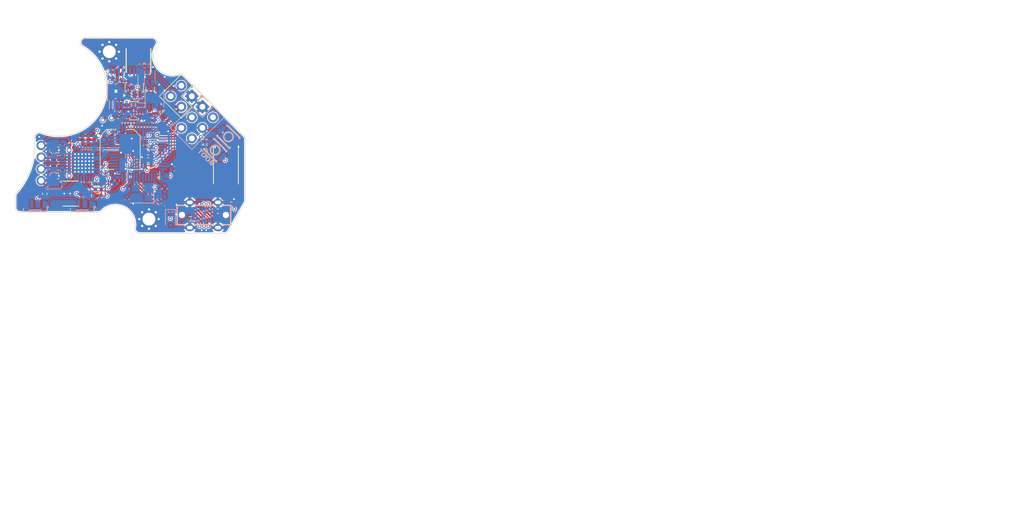
<source format=kicad_pcb>
(kicad_pcb (version 20241229) (generator "pcbnew") (generator_version "9.0")
  (layers (0 "F.Cu" signal) (4 "In1.Cu" signal) (6 "In2.Cu" signal) (2 "B.Cu" signal) (13 "F.Paste" user) (15 "B.Paste" user) (5 "F.SilkS" user "F.Silkscreen") (7 "B.SilkS" user "B.Silkscreen") (1 "F.Mask" user) (3 "B.Mask" user) (25 "Edge.Cuts" user))
  (net 0 "")
  (net 1 "GND")
  (net 2 "Net-(IC1-5VOUT)")
  (net 3 "Net-(IC1-CPI)")
  (net 4 "Net-(IC1-CPO)")
  (net 5 "Net-(IC1-VCP)")
  (net 6 "STEP_1_B2")
  (net 7 "STEP_1_B1")
  (net 8 "STEP_1_A2")
  (net 9 "STEP_1_A1")
  (net 10 "Net-(D5-A)")
  (net 11 "TMC_ENN")
  (net 12 "TMC_DIR")
  (net 13 "TMC_DIAG")
  (net 14 "TMC_UART")
  (net 15 "TMC_STEP")
  (net 21 "Net-(J14-CC2)")
  (net 22 "Net-(J14-CC1)")
  (net 23 "Net-(D6-A)")
  (net 24 "Net-(U2-PA2)")
  (net 26 "AS_SCK")
  (net 28 "DEBUG_SWO")
  (net 30 "TMC_BRB")
  (net 31 "TMC_BRA")
  (net 32 "USB_D-")
  (net 33 "USB_D+")
  (net 34 "CAN_TX")
  (net 35 "CAN_RX")
  (net 37 "CAN_H")
  (net 38 "CAN_L")
  (net 39 "VDC")
  (net 40 "+5V")
  (net 41 "+3V3")
  (net 43 "DEBUG_SWCLK")
  (net 44 "DEBUG_SWDIO")
  (net 45 "BOOT_0")
  (net 46 "BOOT_1")
  (net 47 "NRST")
  (net 48 "HSE_OSC_OUT")
  (net 49 "HSE_OSC_IN")
  (net 50 "AS_NSS")
  (net 51 "LED_0")
  (net 54 "Net-(U7-ANODE)")
  (net 55 "Net-(U3-ANODE)")
  (net 58 "/MCU/CAN_H_CHOKE")
  (net 60 "ENDSTOP_Z")
  (net 61 "ENDSTOP_X")
  (net 63 "/MCU/CAN_L_CHOKE")
  (net 66 "AS_MISO")
  (net 67 "AS_MOSI")
  (net 76 "/Logic/+5V_OUT")
  (net 77 "LED_DIN")
  (net 78 "Net-(U3-OUTPUT)")
  (net 79 "Net-(U7-OUTPUT)")
  (net 80 "Net-(LED1-DOUT)")
  (net 81 "Net-(U2-PA4)")
  (net 83 "/MCU/DAMPEND_USB_D-")
  (net 84 "/MCU/DAMPEND_USB_D+")
  (net 85 "/Logic/+5V_BST")
  (footprint "Capacitor_SMD:C_0603_1608Metric" (layer "F.Cu") (at 115.6375 103.915 90)
    (property "Reference" "C3" (hide yes))
    (property "Value" "1uF 16V" (hide yes))
  )
  (footprint "Capacitor_SMD:C_0805_2012Metric" (layer "F.Cu") (at 115.6 100.15 90)
    (property "Reference" "C27" (hide yes))
    (property "Value" "10uF 50V" (hide yes))
  )
  (footprint "Resistor_SMD:R_0402_1005Metric" (layer "F.Cu") (at 106.76 116.3)
    (property "Reference" "R2" (hide yes))
    (property "Value" "10K" (hide yes))
  )
  (footprint "Vortac:IND-SMD_L4.0-W4.0_FNR40XXS" (layer "F.Cu") (at 113.6 95.31 90)
    (property "Reference" "L3" (hide yes))
    (property "Value" "4.7uH" (hide yes))
  )
  (footprint "Vortac:Motor_Hand_Wire_pads" (layer "F.Cu") (at 97.02 115.79 180)
    (property "Reference" "J15" (hide yes))
    (property "Value" "STEPPER" (hide yes))
  )
  (footprint "Capacitor_SMD:CP_Elec_6.3x7.7" (layer "F.Cu") (at 110.49 110.49 -90)
    (property "Reference" "C34" (hide yes))
    (property "Value" "100uF 35V" (hide yes))
  )
  (footprint "Capacitor_SMD:C_0603_1608Metric" (layer "F.Cu") (at 110.06 103.92 90)
    (property "Reference" "C8" (hide yes))
    (property "Value" "1uF 16V" (hide yes))
  )
  (footprint "Capacitor_SMD:C_0603_1608Metric" (layer "F.Cu") (at 109.715 99.82)
    (property "Reference" "C31" (hide yes))
    (property "Value" "22uF 16V" (hide yes))
  )
  (footprint "Capacitor_SMD:C_0402_1005Metric" (layer "F.Cu") (at 116.93 103.96 90)
    (property "Reference" "C17" (hide yes))
    (property "Value" "0.1uF 50V" (hide yes))
  )
  (footprint "Capacitor_SMD:C_0402_1005Metric" (layer "F.Cu") (at 125.27 109.16)
    (property "Reference" "C13" (hide yes))
    (property "Value" "0.1uF 50V" (hide yes))
  )
  (footprint "Capacitor_SMD:C_0603_1608Metric" (layer "F.Cu") (at 99.92 113.5)
    (property "Reference" "C4" (hide yes))
    (property "Value" "470pF 100V" (hide yes))
  )
  (footprint "Resistor_SMD:R_0402_1005Metric" (layer "F.Cu") (at 115.260026 110.07949)
    (property "Reference" "R36" (hide yes))
    (property "Value" "22R" (hide yes))
  )
  (footprint "Resistor_SMD:R_0402_1005Metric" (layer "F.Cu") (at 97.625 118.05 90)
    (property "Reference" "R6" (hide yes))
    (property "Value" "330R" (hide yes))
  )
  (footprint "Resistor_SMD:R_0402_1005Metric" (layer "F.Cu") (at 129.44 119.81 180)
    (property "Reference" "R5" (hide yes))
    (property "Value" "330R" (hide yes))
  )
  (footprint "Resistor_SMD:R_0402_1005Metric" (layer "F.Cu") (at 115.260026 111.01949)
    (property "Reference" "R35" (hide yes))
    (property "Value" "22R" (hide yes))
  )
  (footprint "Package_TO_SOT_SMD:TSOT-23-6" (layer "F.Cu") (at 112.9 99.9675 90)
    (property "Reference" "U6" (hide yes))
    (property "Value" "AP63205WU" (hide yes))
  )
  (footprint "Resistor_SMD:R_0402_1005Metric" (layer "F.Cu") (at 115.26 112.29 180)
    (property "Reference" "R11" (hide yes))
    (property "Value" "10K" (hide yes))
  )
  (footprint "Resistor_SMD:R_0402_1005Metric" (layer "F.Cu") (at 109.26 97.79 -90)
    (property "Reference" "R14" (hide yes))
    (property "Value" "10K" (hide yes))
  )
  (footprint "Capacitor_SMD:C_0402_1005Metric" (layer "F.Cu") (at 125.27 110.15 180)
    (property "Reference" "C25" (hide yes))
    (property "Value" "0.1uF 50V" (hide yes))
  )
  (footprint "Resistor_SMD:R_0402_1005Metric" (layer "F.Cu") (at 125.26 111.15)
    (property "Reference" "R15" (hide yes))
    (property "Value" "1K" (hide yes))
  )
  (footprint "Vortac:SENSOR_EE-SX3350_OMR" (layer "F.Cu") (at 128.5 113.1 90)
    (property "Reference" "U7" (hide yes))
    (property "Value" "EE-SX4350" (hide yes))
  )
  (footprint "Resistor_SMD:R_0402_1005Metric" (layer "F.Cu") (at 115.26 113.24)
    (property "Reference" "R8" (hide yes))
    (property "Value" "10K" (hide yes))
  )
  (footprint "Resistor_SMD:R_0402_1005Metric" (layer "F.Cu") (at 106.76 117.31 180)
    (property "Reference" "R1" (hide yes))
    (property "Value" "1K" (hide yes))
  )
  (footprint "Vortac:MountingHole_2.2mm_M2_Pad_Via_NTR" (layer "F.Cu") (at 115.39 122.35)
    (property "Reference" "H1" (hide yes))
    (property "Value" "MountingHole_Pad" (hide yes))
  )
  (footprint "Vortac:MountingHole_2.2mm_M2_Pad_Via_NTR" (layer "F.Cu") (at 108.63 93.81)
    (property "Reference" "H2" (hide yes))
    (property "Value" "MountingHole_Pad" (hide yes))
  )
  (footprint "Package_TO_SOT_SMD:SOT-23-5" (layer "F.Cu") (at 112.8475 103.87 180)
    (property "Reference" "U1" (hide yes))
    (property "Value" "TLV73333PDBV" (hide yes))
  )
  (footprint "Capacitor_SMD:C_0603_1608Metric" (layer "F.Cu") (at 109.715 101.29)
    (property "Reference" "C30" (hide yes))
    (property "Value" "22uF 16V" (hide yes))
  )
  (footprint "Capacitor_SMD:C_0603_1608Metric" (layer "F.Cu") (at 99.92 112.04)
    (property "Reference" "C6" (hide yes))
    (property "Value" "470pF 100V" (hide yes))
  )
  (footprint "Resistor_SMD:R_0402_1005Metric" (layer "F.Cu") (at 127.13 121 180)
    (property "Reference" "R3" (hide yes))
    (property "Value" "5.1K" (hide yes))
  )
  (footprint "Capacitor_SMD:C_0603_1608Metric" (layer "F.Cu") (at 99.925 110.58)
    (property "Reference" "C9" (hide yes))
    (property "Value" "470pF 100V" (hide yes))
  )
  (footprint "Resistor_SMD:R_0402_1005Metric" (layer "F.Cu") (at 122.39 122.31)
    (property "Reference" "R4" (hide yes))
    (property "Value" "5.1K" (hide yes))
  )
  (footprint "Capacitor_SMD:C_0402_1005Metric" (layer "F.Cu") (at 106.74 118.31)
    (property "Reference" "C19" (hide yes))
    (property "Value" "0.1uF 50V" (hide yes))
  )
  (footprint "Connector_PinHeader_2.54mm:PinHeader_2x02_P2.54mm_Vertical" (layer "F.Cu") (at 122.7 101.4 -135)
    (property "Reference" "J3" (hide yes))
    (property "Value" "Conn_02x02_Odd_Even" (hide yes))
  )
  (footprint "Vortac:SENSOR_EE-SX4320_OMR" (layer "F.Cu") (at 102 118)
    (property "Reference" "U3" (hide yes))
    (property "Value" "EE-SX4320" (hide yes))
  )
  (footprint "Capacitor_SMD:C_0603_1608Metric" (layer "F.Cu") (at 99.92 114.96)
    (property "Reference" "C1" (hide yes))
    (property "Value" "470pF 100V" (hide yes))
  )
  (footprint "Capacitor_SMD:C_0402_1005Metric" (layer "F.Cu") (at 110.73 98.17 90)
    (property "Reference" "C28" (hide yes))
    (property "Value" "0.1uF 50V" (hide yes))
  )
  (footprint "Resistor_SMD:R_0402_1005Metric" (layer "F.Cu") (at 112.03 115.14 -90)
    (property "Reference" "R9" (hide yes))
    (property "Value" "10K" (hide yes))
  )
  (footprint "Capacitor_SMD:C_0402_1005Metric" (layer "B.Cu") (at 110.24 104.33)
    (property "Reference" "C15" (hide yes))
    (property "Value" "0.1uF 50V" (hide yes))
  )
  (footprint "Capacitor_SMD:C_0402_1005Metric" (layer "B.Cu") (at 111.62 118.99 -90)
    (property "Reference" "C43" (hide yes))
    (property "Value" "16pF 50V" (hide yes))
  )
  (footprint "Capacitor_SMD:C_0402_1005Metric" (layer "B.Cu") (at 104.58 109.2 180)
    (property "Reference" "C23" (hide yes))
    (property "Value" "22nF 50V" (hide yes))
  )
  (footprint "Vortac:KEY-SMD_B3U-1000PM" (layer "B.Cu") (at 126.667918 110.587918 -45)
    (property "Reference" "SW1" (hide yes))
    (property "Value" "Boot" (hide yes))
  )
  (footprint "Capacitor_SMD:C_0402_1005Metric" (layer "B.Cu") (at 117.12 118.99 90)
    (property "Reference" "C42" (hide yes))
    (property "Value" "16pF 50V" (hide yes))
  )
  (footprint "Package_QFP:LQFP-48_7x7mm_P0.5mm" (layer "B.Cu") (at 113.6 111.075 90)
    (property "Reference" "U2" (hide yes))
    (property "Value" "STM32F103C8T6" (hide yes))
  )
  (footprint "Resistor_SMD:R_0402_1005Metric" (layer "B.Cu") (at 104.56 108.27)
    (property "Reference" "R32" (hide yes))
    (property "Value" "10K" (hide yes))
  )
  (footprint "Vortac:tmc_2209_package" (layer "B.Cu") (at 104.29 112.78 -90)
    (property "Reference" "IC1" (hide yes))
    (property "Value" "TMC2209-LA" (hide yes))
  )
  (footprint "Resistor_SMD:R_0805_2012Metric" (layer "B.Cu") (at 99.215 110.7075 -90)
    (property "Reference" "R30" (hide yes))
    (property "Value" "0.68R 1%" (hide yes))
  )
  (footprint "Resistor_SMD:R_0402_1005Metric" (layer "B.Cu") (at 109.98 115.76 -90)
    (property "Reference" "R13" (hide yes))
    (property "Value" "1K" (hide yes))
  )
  (footprint "Capacitor_SMD:C_0402_1005Metric" (layer "B.Cu") (at 115.85 105.45)
    (property "Reference" "C36" (hide yes))
    (property "Value" "0.1uF 50V" (hide yes))
  )
  (footprint "Capacitor_SMD:C_0603_1608Metric" (layer "B.Cu") (at 107.675 108.15 90)
    (property "Reference" "C22" (hide yes))
    (property "Value" "4.7uF 50V" (hide yes))
  )
  (footprint "Capacitor_SMD:C_0402_1005Metric" (layer "B.Cu") (at 100.65 115.91 -90)
    (property "Reference" "C26" (hide yes))
    (property "Value" "0.1uF 50V" (hide yes))
  )
  (footprint "Capacitor_SMD:C_0402_1005Metric" (layer "B.Cu") (at 106.51 116.38)
    (property "Reference" "C21" (hide yes))
    (property "Value" "0.1uF 50V" (hide yes))
  )
  (footprint "Connector_PinSocket_2.54mm:PinSocket_2x03_P2.54mm_Vertical" (layer "B.Cu") (at 124.503949 103.203949 135)
    (property "Reference" "J1" (hide yes))
    (property "Value" "DEBUG" (hide yes))
  )
  (footprint "Capacitor_SMD:C_0402_1005Metric" (layer "B.Cu") (at 111.62 117.15 90)
    (property "Reference" "C33" (hide yes))
    (property "Value" "0.1uF 50V" (hide yes))
  )
  (footprint "Diode_SMD:D_SOD-323" (layer "B.Cu") (at 119.04 122.3475 -90)
    (property "Reference" "D5" (hide yes))
    (property "Value" "D_Schottky" (hide yes))
  )
  (footprint "Resistor_SMD:R_0402_1005Metric" (layer "B.Cu") (at 107.98 110.68 -90)
    (property "Reference" "R12" (hide yes))
    (property "Value" "10K" (hide yes))
  )
  (footprint "Vortac:USB-C-SMD_TYPEC-303-ACP16" (layer "B.Cu") (at 124.756 121.651)
    (property "Reference" "J14" (hide yes))
    (property "Value" "918-418K2023S40001" (hide yes))
  )
  (footprint "Resistor_SMD:R_0402_1005Metric" (layer "B.Cu") (at 106.5 118.43)
    (property "Reference" "R7" (hide yes))
    (property "Value" "115R" (hide yes))
  )
  (footprint "Vortac:LED-SMD_4P-L4.0-W1.6-L" (layer "B.Cu") (at 104 119.8 180)
    (property "Reference" "LED1" (hide yes))
    (property "Value" "SK6812SIDE-A-RVS" (hide yes))
  )
  (footprint "Capacitor_SMD:C_0402_1005Metric" (layer "B.Cu") (at 106.05 108.725 90)
    (property "Reference" "C24" (hide yes))
    (property "Value" "0.1uF 50V" (hide yes))
  )
  (footprint "Vortac:LED-SMD_4P-L4.0-W1.6-L" (layer "B.Cu") (at 96 119.8 180)
    (property "Reference" "LED2" (hide yes))
    (property "Value" "SK6812SIDE-A-RVS" (hide yes))
  )
  (footprint "Capacitor_SMD:C_0402_1005Metric" (layer "B.Cu") (at 119.67 113.76 180)
    (property "Reference" "C37" (hide yes))
    (property "Value" "0.1uF 50V" (hide yes))
  )
  (footprint "Package_SO:TSSOP-14_4.4x5mm_P0.65mm" (layer "B.Cu") (at 110.91 100 -90)
    (property "Reference" "U5" (hide yes))
    (property "Value" "AS5047D" (hide yes))
  )
  (footprint "Resistor_SMD:R_0402_1005Metric" (layer "B.Cu") (at 118.06 117.15 90)
    (property "Reference" "R38" (hide yes))
    (property "Value" "22R" (hide yes))
  )
  (footprint "Capacitor_SMD:C_0402_1005Metric" (layer "B.Cu") (at 109.375 107 -90)
    (property "Reference" "C38" (hide yes))
    (property "Value" "0.1uF 50V" (hide yes))
  )
  (footprint "Resistor_SMD:R_0805_2012Metric" (layer "B.Cu") (at 99.22 114.8325 90)
    (property "Reference" "R34" (hide yes))
    (property "Value" "0.68R 1%" (hide yes))
  )
  (footprint "Capacitor_SMD:C_0402_1005Metric" (layer "B.Cu") (at 100.65 114.07 -90)
    (property "Reference" "C10" (hide yes))
    (property "Value" "0.1uF 50V" (hide yes))
  )
  (footprint "LED_SMD:LED_0402_1005Metric" (layer "B.Cu") (at 118.06 119.015 90)
    (property "Reference" "D6" (hide yes))
    (property "Value" "LED_Small" (hide yes))
  )
  (footprint "Capacitor_SMD:C_0402_1005Metric" (layer "B.Cu") (at 100.65 111.48 90)
    (property "Reference" "C2" (hide yes))
    (property "Value" "0.1uF 50V" (hide yes))
  )
  (footprint "Vortac:KEY-SMD_B3U-1000PM" (layer "B.Cu") (at 128.94 108.32 -45)
    (property "Reference" "SW2" (hide yes))
    (property "Value" "Reset" (hide yes))
  )
  (footprint "Vortac:L_CommonModeChoke_Coilcraft_0805USB" (layer "B.Cu") (at 115.535 98.13)
    (property "Reference" "L1" (hide yes))
    (property "Value" "Common Choke" (hide yes))
  )
  (footprint "Capacitor_SMD:C_0402_1005Metric" (layer "B.Cu") (at 117.12 117.16 90)
    (property "Reference" "C39" (hide yes))
    (property "Value" "0.1uF 50V" (hide yes))
  )
  (footprint "Vortac:HVSON-8-1EP_3x3mm_P0.65mm_EP1.6x2.4mm" (layer "B.Cu") (at 116.345 101.75 90)
    (property "Reference" "U8" (hide yes))
    (property "Value" "TJA1044GTK/3Z" (hide yes))
  )
  (footprint "Resistor_SMD:R_0402_1005Metric" (layer "B.Cu") (at 114.61 96.18 180)
    (property "Reference" "R10" (hide yes))
    (property "Value" "115R" (hide yes))
  )
  (footprint "Capacitor_SMD:C_0402_1005Metric" (layer "B.Cu") (at 114.12 99.82 90)
    (property "Reference" "C35" (hide yes))
    (property "Value" "0.1uF 50V" (hide yes))
  )
  (footprint "Capacitor_SMD:C_0402_1005Metric" (layer "B.Cu") (at 100.65 109.65 90)
    (property "Reference" "C29" (hide yes))
    (property "Value" "0.1uF 50V" (hide yes))
  )
  (footprint "Crystal:Crystal_SMD_3225-4Pin_3.2x2.5mm" (layer "B.Cu") (at 114.2 117.93 180)
    (property "Reference" "Y1" (hide yes))
    (property "Value" "8MHz" (hide yes))
  )
  (footprint "Capacitor_SMD:C_0603_1608Metric" (layer "B.Cu") (at 119.11 114.96 180)
    (property "Reference" "C40" (hide yes))
    (property "Value" "4.7uF 50V" (hide yes))
  )
  (gr_arc (start 107.303672 120.921214) (mid 107.041877 121.09949) (end 106.731414 121.162178) (stroke (width 0.1)) (layer "Edge.Cuts"))
  (gr_arc (start 95.908935 108.448694) (mid 96.225316 107.735577) (end 96.998405 107.630887) (stroke (width 0.1)) (layer "Edge.Cuts"))
  (gr_line (start 128.1966 124.762178) (end 113.7905 124.762178) (stroke (width 0.1)) (layer "Edge.Cuts"))
  (gr_line (start 131.8 108.74341) (end 131.8 119.1064) (stroke (width 0.1)) (layer "Edge.Cuts"))
  (gr_arc (start 115.9456 91.4) (mid 116.650833 91.822314) (end 116.611541 92.643369) (stroke (width 0.1)) (layer "Edge.Cuts"))
  (gr_arc (start 104.090879 92.893333) (mid 107.388877 103.55591) (end 96.998405 107.630887) (stroke (width 0.1)) (layer "Edge.Cuts"))
  (gr_arc (start 131.56568 108.17772) (mid 131.7391 108.437264) (end 131.8 108.74341) (stroke (width 0.1)) (layer "Edge.Cuts"))
  (gr_arc (start 92.62 118.4578) (mid 92.671537 118.175307) (end 92.819521 117.929206) (stroke (width 0.1)) (layer "Edge.Cuts"))
  (gr_arc (start 113.7905 124.762178) (mid 113.178984 124.477965) (end 113.002 123.827238) (stroke (width 0.1)) (layer "Edge.Cuts"))
  (gr_line (start 121.267276 97.879316) (end 131.56568 108.17772) (stroke (width 0.1)) (layer "Edge.Cuts"))
  (gr_arc (start 93.42 121.162178) (mid 92.854322 120.927862) (end 92.62 120.362178) (stroke (width 0.1)) (layer "Edge.Cuts"))
  (gr_arc (start 131.8 119.1064) (mid 131.772735 119.313478) (end 131.690415 119.510592) (stroke (width 0.1)) (layer "Edge.Cuts"))
  (gr_line (start 92.62 120.362178) (end 92.62 118.4578) (stroke (width 0.1)) (layer "Edge.Cuts"))
  (gr_arc (start 120.447999 97.681832) (mid 116.734701 96.529429) (end 116.611541 92.643369) (stroke (width 0.1)) (layer "Edge.Cuts"))
  (gr_arc (start 120.447999 97.681832) (mid 120.88347 97.663393) (end 121.267276 97.879316) (stroke (width 0.1)) (layer "Edge.Cuts"))
  (gr_arc (start 107.303672 120.921214) (mid 111.221945 120.27786) (end 113.002 123.827238) (stroke (width 0.1)) (layer "Edge.Cuts"))
  (gr_arc (start 104.090879 92.893333) (mid 103.717121 91.99344) (end 104.49 91.4) (stroke (width 0.1)) (layer "Edge.Cuts"))
  (gr_arc (start 128.889315 124.362239) (mid 128.596535 124.655017) (end 128.1966 124.762178) (stroke (width 0.1)) (layer "Edge.Cuts"))
  (gr_line (start 106.731414 121.162178) (end 93.42 121.162178) (stroke (width 0.1)) (layer "Edge.Cuts"))
  (gr_line (start 104.49 91.4) (end 115.9456 91.4) (stroke (width 0.1)) (layer "Edge.Cuts"))
  (gr_line (start 131.690415 119.510592) (end 128.889315 124.362239) (stroke (width 0.1)) (layer "Edge.Cuts"))
  (gr_arc (start 95.908935 108.448694) (mid 95.341924 113.507547) (end 92.819521 117.929206) (stroke (width 0.1)) (layer "Edge.Cuts"))
  (gr_text "BOOT" (at 125.99 113.42 315) (layer "B.SilkS") (effects (font (size 0.8 0.8) (thickness 0.15) (bold yes)) (justify left bottom mirror)))
  (segment (start 129.88 118.94) (end 129.88 117.619999) (width 0.3) (layer "F.Cu") (net 1))
  (segment (start 116.59 103.14) (end 115.6375 103.14) (width 0.3) (layer "F.Cu") (net 1))
  (segment (start 100.95 118) (end 99.45 118) (width 0.3) (layer "F.Cu") (net 1))
  (segment (start 129.9 117.599999) (end 128.5 117.599999) (width 0.3) (layer "F.Cu") (net 1))
  (segment (start 103.35 119.4) (end 104.55 119.4) (width 0.3) (layer "F.Cu") (net 1))
  (segment (start 129.88 117.619999) (end 129.9 117.599999) (width 0.3) (layer "F.Cu") (net 1))
  (segment (start 114.25 111.79) (end 114.75 112.29) (width 0.3) (layer "F.Cu") (net 1))
  (segment (start 105.17 119.4) (end 104.55 119.4) (width 0.3) (layer "F.Cu") (net 1))
  (segment (start 114.71 112.33) (end 114.75 112.29) (width 0.3) (layer "F.Cu") (net 1))
  (segment (start 116.93 103.48) (end 116.59 103.14) (width 0.3) (layer "F.Cu") (net 1))
  (segment (start 101.95 118) (end 103.35 119.4) (width 0.3) (layer "F.Cu") (net 1))
  (segment (start 106.26 118.31) (end 105.17 119.4) (width 0.3) (layer "F.Cu") (net 1))
  (segment (start 114.71 103.73) (end 115.3 103.14) (width 0.3) (layer "F.Cu") (net 1))
  (segment (start 127.156 123.801) (end 126.774936 124.182064) (width 0.3) (layer "F.Cu") (net 1))
  (segment (start 122.356 123.801) (end 122.732122 124.177122) (width 0.3) (layer "F.Cu") (net 1))
  (segment (start 99.45 119.4) (end 99.45 118) (width 0.3) (layer "F.Cu") (net 1))
  (segment (start 114.18 111.79) (end 114.25 111.79) (width 0.3) (layer "F.Cu") (net 1))
  (segment (start 113.65 103.73) (end 114.71 103.73) (width 0.3) (layer "F.Cu") (net 1))
  (via (at 112.45 108.62) (size 0.6) (drill 0.3) (layers "F.Cu" "B.Cu") (net 1))
  (via (at 125.137895 124.241183) (size 0.6) (drill 0.3) (layers "F.Cu" "B.Cu") (net 1))
  (via (at 112.7 110.75) (size 0.6) (drill 0.3) (layers "F.Cu" "B.Cu") (net 1))
  (via (at 97.87 110.79) (size 0.6) (drill 0.3) (layers "F.Cu" "B.Cu") (net 1))
  (via (at 116.320026 109.45949) (size 0.6) (drill 0.3) (layers "F.Cu" "B.Cu") (net 1))
  (via (at 100.95 118) (size 0.6) (drill 0.3) (layers "F.Cu" "B.Cu") (net 1))
  (via (at 123.959919 119.74) (size 0.6) (drill 0.3) (layers "F.Cu" "B.Cu") (net 1))
  (via (at 100.045 114.98) (size 0.6) (drill 0.3) (layers "F.Cu" "B.Cu") (net 1))
  (via (at 114.71 98.12) (size 0.6) (drill 0.3) (layers "F.Cu" "B.Cu") (net 1))
  (via (at 120.26 107.920817) (size 0.6) (drill 0.3) (layers "F.Cu" "B.Cu") (net 1))
  (via (at 112.7 119.72) (size 0.6) (drill 0.3) (layers "F.Cu" "B.Cu") (net 1))
  (via (at 118.06 100.47) (size 0.6) (drill 0.3) (layers "F.Cu" "B.Cu") (net 1))
  (via (at 100.05 110.56011) (size 0.6) (drill 0.3) (layers "F.Cu" "B.Cu") (net 1))
  (via (at 116.068001 96.431999) (size 0.6) (drill 0.3) (layers "F.Cu" "B.Cu") (net 1))
  (via (at 109.6 114.560933) (size 0.6) (drill 0.3) (layers "F.Cu" "B.Cu") (net 1))
  (via (at 126.65 110.1) (size 0.6) (drill 0.3) (layers "F.Cu" "B.Cu") (net 1))
  (via (at 118.66 107.38) (size 0.6) (drill 0.3) (layers "F.Cu" "B.Cu") (net 1))
  (via (at 119.60512 99.659118) (size 0.6) (drill 0.3) (layers "F.Cu" "B.Cu") (net 1))
  (via (at 129.88 118.94) (size 0.6) (drill 0.3) (layers "F.Cu" "B.Cu") (net 1))
  (via (at 101.95 118) (size 0.6) (drill 0.3) (layers "F.Cu" "B.Cu") (net 1))
  (via (at 111.4 113.768009) (size 0.6) (drill 0.3) (layers "F.Cu" "B.Cu") (net 1))
  (via (at 124.38 124.25) (size 0.6) (drill 0.3) (layers "F.Cu" "B.Cu") (net 1))
  (via (at 109.78 100.55) (size 0.8) (drill 0.5) (layers "F.Cu" "B.Cu") (net 1))
  (via (at 107.397174 106.437174) (size 0.6) (drill 0.3) (layers "F.Cu" "B.Cu") (net 1))
  (via (at 114.18 113.819783) (size 0.6) (drill 0.3) (layers "F.Cu" "B.Cu") (net 1))
  (via (at 96.67 108.33) (size 0.6) (drill 0.3) (layers "F.Cu" "B.Cu") (net 1))
  (via (at 111.88 104.02) (size 0.6) (drill 0.3) (layers "F.Cu" "B.Cu") (net 1))
  (via (at 119.307817 113.000001) (size 0.6) (drill 0.3) (layers "F.Cu" "B.Cu") (net 1))
  (via (at 130.655 110.035) (size 0.6) (drill 0.3) (layers "F.Cu" "B.Cu") (net 1))
  (via (at 117.160621 99.419379) (size 0.6) (drill 0.3) (layers "F.Cu" "B.Cu") (net 1))
  (via (at 116.320026 111.63949) (size 0.6) (drill 0.3) (layers "F.Cu" "B.Cu") (net 1))
  (via (at 110.613405 111.01) (size 0.6) (drill 0.3) (layers "F.Cu" "B.Cu") (net 1))
  (via (at 108.498024 114.592388) (size 0.6) (drill 0.3) (layers "F.Cu" "B.Cu") (net 1))
  (via (at 97.87 114.789999) (size 0.6) (drill 0.3) (layers "F.Cu" "B.Cu") (net 1))
  (via (at 120.07 119.879) (size 0.6) (drill 0.3) (layers "F.Cu" "B.Cu") (net 1))
  (via (at 116.397497 117.658162) (size 0.6) (drill 0.3) (layers "F.Cu" "B.Cu") (net 1))
  (via (at 112.529001 114.001235) (size 0.6) (drill 0.3) (layers "F.Cu" "B.Cu") (net 1))
  (via (at 114.18 111.79) (size 0.6) (drill 0.3) (layers "F.Cu" "B.Cu") (net 1))
  (via (at 120.07 121.53) (size 0.6) (drill 0.3) (layers "F.Cu" "B.Cu") (net 1))
  (via (at 114.64 105.56) (size 0.6) (drill 0.3) (layers "F.Cu" "B.Cu") (net 1))
  (via (at 109.04 116.43) (size 0.6) (drill 0.3) (layers "F.Cu" "B.Cu") (net 1))
  (via (at 118.062847 98.110314) (size 0.6) (drill 0.3) (layers "F.Cu" "B.Cu") (net 1))
  (segment (start 109.61 104.18) (end 109.76 104.33) (width 0.3) (layer "B.Cu") (net 1))
  (segment (start 115.85 105.93) (end 115.37 105.45) (width 0.3) (layer "B.Cu") (net 1))
  (segment (start 115.85 106.9125) (end 115.85 105.93) (width 0.3) (layer "B.Cu") (net 1))
  (segment (start 109.61 102.8625) (end 109.61 104.18) (width 0.3) (layer "B.Cu") (net 1))
  (segment (start 130.655 110.035) (end 130.142082 109.522082) (width 0.3) (layer "B.Cu") (net 1))
  (segment (start 106.79 109.81) (end 106.79 111.28) (width 0.2) (layer "B.Cu") (net 2))
  (segment (start 107.675 108.925) (end 106.79 109.81) (width 0.2) (layer "B.Cu") (net 2))
  (segment (start 105.055 109.2) (end 104.79 109.465) (width 0.2) (layer "B.Cu") (net 3))
  (segment (start 104.79 109.465) (end 104.79 110.28) (width 0.2) (layer "B.Cu") (net 3))
  (segment (start 104.095 109.2) (end 104.29 109.395) (width 0.2) (layer "B.Cu") (net 4))
  (segment (start 104.29 109.395) (end 104.29 110.28) (width 0.2) (layer "B.Cu") (net 4))
  (segment (start 105.29 109.831838) (end 105.29 110.28) (width 0.2) (layer "B.Cu") (net 5))
  (segment (start 106.05 109.205) (end 105.916838 109.205) (width 0.2) (layer "B.Cu") (net 5))
  (segment (start 105.916838 109.205) (end 105.29 109.831838) (width 0.2) (layer "B.Cu") (net 5))
  (segment (start 97.92 109.78) (end 98.73 110.59) (width 0.3) (layer "F.Cu") (net 6))
  (segment (start 98.73 110.59) (end 99.265 110.59) (width 0.3) (layer "F.Cu") (net 6))
  (segment (start 96.96 109.78) (end 97.92 109.78) (width 0.3) (layer "F.Cu") (net 6))
  (segment (start 102.79 109.880001) (end 101.449999 108.54) (width 0.3) (layer "B.Cu") (net 6))
  (segment (start 101.449999 108.54) (end 98.155 108.54) (width 0.3) (layer "B.Cu") (net 6))
  (segment (start 98.155 108.54) (end 96.89 109.805) (width 0.3) (layer "B.Cu") (net 6))
  (segment (start 102.79 110.28) (end 102.79 109.880001) (width 0.3) (layer "B.Cu") (net 6))
  (segment (start 99.15 111.94) (end 99.26 112.05) (width 0.3) (layer "F.Cu") (net 7))
  (segment (start 97.12 111.94) (end 99.15 111.94) (width 0.3) (layer "F.Cu") (net 7))
  (segment (start 96.96 111.78) (end 97.12 111.94) (width 0.3) (layer "F.Cu") (net 7))
  (segment (start 97.72 112.54) (end 96.96 111.78) (width 0.3) (layer "B.Cu") (net 7))
  (segment (start 101.00755 112.54) (end 97.72 112.54) (width 0.3) (layer "B.Cu") (net 7))
  (segment (start 101.79 112.28) (end 101.26755 112.28) (width 0.3) (layer "B.Cu") (net 7))
  (segment (start 101.26755 112.28) (end 101.00755 112.54) (width 0.3) (layer "B.Cu") (net 7))
  (segment (start 96.96 115.78) (end 97.87 115.78) (width 0.3) (layer "F.Cu") (net 8))
  (segment (start 97.87 115.78) (end 98.68 114.97) (width 0.3) (layer "F.Cu") (net 8))
  (segment (start 98.68 114.97) (end 99.26 114.97) (width 0.3) (layer "F.Cu") (net 8))
  (segment (start 98.131 117.046) (end 96.89 115.805) (width 0.3) (layer "B.Cu") (net 8))
  (segment (start 102.79 115.679999) (end 101.423999 117.046) (width 0.3) (layer "B.Cu") (net 8))
  (segment (start 101.423999 117.046) (end 98.131 117.046) (width 0.3) (layer "B.Cu") (net 8))
  (segment (start 102.79 115.28) (end 102.79 115.679999) (width 0.3) (layer "B.Cu") (net 8))
  (segment (start 97.14 113.6) (end 99.17 113.6) (width 0.3) (layer "F.Cu") (net 9))
  (segment (start 99.17 113.6) (end 99.26 113.51) (width 0.3) (layer "F.Cu") (net 9))
  (segment (start 96.96 113.78) (end 97.14 113.6) (width 0.3) (layer "F.Cu") (net 9))
  (segment (start 101.79 113.28) (end 101.27755 113.28) (width 0.3) (layer "B.Cu") (net 9))
  (segment (start 101.00755 113.01) (end 97.73 113.01) (width 0.3) (layer "B.Cu") (net 9))
  (segment (start 97.73 113.01) (end 96.96 113.78) (width 0.3) (layer "B.Cu") (net 9))
  (segment (start 101.27755 113.28) (end 101.00755 113.01) (width 0.3) (layer "B.Cu") (net 9))
  (segment (start 119.04 123.3975) (end 120.221388 123.3975) (width 0.2) (layer "B.Cu") (net 10))
  (segment (start 123.731687 119.189) (end 123.408919 119.511768) (width 0.2) (layer "B.Cu") (net 10))
  (segment (start 122.9 122.51) (end 123.29 122.51) (width 0.2) (layer "B.Cu") (net 10))
  (segment (start 122.7 122.31) (end 122.9 122.51) (width 0.2) (layer "B.Cu") (net 10))
  (segment (start 122.218112 121.825) (end 122.7 122.306888) (width 0.2) (layer "B.Cu") (net 10))
  (segment (start 123.408919 119.511768) (end 123.408919 120.178919) (width 0.2) (layer "B.Cu") (net 10))
  (segment (start 123.29 122.51) (end 123.291 122.511) (width 0.2) (layer "B.Cu") (net 10))
  (segment (start 123.506 120.781) (end 123.506 122.511) (width 0.2) (layer "B.Cu") (net 10))
  (segment (start 121.793888 121.825) (end 122.218112 121.825) (width 0.2) (layer "B.Cu") (net 10))
  (segment (start 126.01 120.16) (end 126.061003 120.108997) (width 0.2) (layer "B.Cu") (net 10))
  (segment (start 126.006 120.781) (end 126.006 122.511) (width 0.2) (layer "B.Cu") (net 10))
  (segment (start 123.506 120.276) (end 123.506 120.781) (width 0.2) (layer "B.Cu") (net 10))
  (segment (start 120.221388 123.3975) (end 121.793888 121.825) (width 0.2) (layer "B.Cu") (net 10))
  (segment (start 123.408919 120.178919) (end 123.506 120.276) (width 0.2) (layer "B.Cu") (net 10))
  (segment (start 125.738235 119.189) (end 123.731687 119.189) (width 0.2) (layer "B.Cu") (net 10))
  (segment (start 126.061003 119.511768) (end 125.738235 119.189) (width 0.2) (layer "B.Cu") (net 10))
  (segment (start 126.061003 120.108997) (end 126.061003 119.511768) (width 0.2) (layer "B.Cu") (net 10))
  (segment (start 122.7 122.306888) (end 122.7 122.31) (width 0.2) (layer "B.Cu") (net 10))
  (segment (start 126.006 120.781) (end 126.01 120.777) (width 0.2) (layer "B.Cu") (net 10))
  (segment (start 126.01 120.777) (end 126.01 120.16) (width 0.2) (layer "B.Cu") (net 10))
  (segment (start 123.291 122.511) (end 123.506 122.511) (width 0.2) (layer "B.Cu") (net 10))
  (segment (start 103.296591 109.558496) (end 103.308496 109.558496) (width 0.2) (layer "F.Cu") (net 11))
  (segment (start 111.04 110.37) (end 111.58 110.91) (width 0.2) (layer "F.Cu") (net 11))
  (segment (start 111.58 112.870624) (end 111.74 113.030624) (width 0.2) (layer "F.Cu") (net 11))
  (segment (start 111.58 110.91) (end 111.58 112.870624) (width 0.2) (layer "F.Cu") (net 11))
  (segment (start 104.12 110.37) (end 111.04 110.37) (width 0.2) (layer "F.Cu") (net 11))
  (segment (start 103.308496 109.558496) (end 104.12 110.37) (width 0.2) (layer "F.Cu") (net 11))
  (via (at 111.74 113.030624) (size 0.6) (drill 0.3) (layers "F.Cu" "B.Cu") (net 11))
  (via (at 103.296591 109.558496) (size 0.6) (drill 0.3) (layers "F.Cu" "B.Cu") (net 11))
  (segment (start 103.29 109.551905) (end 103.29 109.03) (width 0.2) (layer "B.Cu") (net 11))
  (segment (start 103.296591 109.558496) (end 103.29 109.551905) (width 0.2) (layer "B.Cu") (net 11))
  (segment (start 111.74 113.190624) (end 111.95 113.400624) (width 0.2) (layer "B.Cu") (net 11))
  (segment (start 103.29 109.565087) (end 103.29 110.28) (width 0.2) (layer "B.Cu") (net 11))
  (segment (start 103.29 109.03) (end 104.05 108.27) (width 0.2) (layer "B.Cu") (net 11))
  (segment (start 111.74 113.030624) (end 111.74 113.190624) (width 0.2) (layer "B.Cu") (net 11))
  (segment (start 103.296591 109.558496) (end 103.29 109.565087) (width 0.2) (layer "B.Cu") (net 11))
  (segment (start 111.95 115.1375) (end 111.85 115.2375) (width 0.2) (layer "B.Cu") (net 11))
  (segment (start 111.95 113.400624) (end 111.95 115.1375) (width 0.2) (layer "B.Cu") (net 11))
  (segment (start 103.79 115.28) (end 103.79 115.713824) (width 0.2) (layer "B.Cu") (net 12))
  (segment (start 105.626176 117.55) (end 109.74 117.55) (width 0.2) (layer "B.Cu") (net 12))
  (segment (start 103.79 115.713824) (end 105.626176 117.55) (width 0.2) (layer "B.Cu") (net 12))
  (segment (start 109.74 117.55) (end 111.35 115.94) (width 0.2) (layer "B.Cu") (net 12))
  (segment (start 111.35 115.94) (end 111.35 115.2375) (width 0.2) (layer "B.Cu") (net 12))
  (segment (start 107.259628 112.78) (end 106.79 112.78) (width 0.2) (layer "B.Cu") (net 13))
  (segment (start 108.714628 111.325) (end 107.259628 112.78) (width 0.2) (layer "B.Cu") (net 13))
  (segment (start 109.4375 111.325) (end 108.714628 111.325) (width 0.2) (layer "B.Cu") (net 13))
  (segment (start 108.49 117) (end 108.49 115.362183) (width 0.2) (layer "F.Cu") (net 14))
  (via (at 108.49 117) (size 0.6) (drill 0.3) (layers "F.Cu" "B.Cu") (net 14))
  (via (at 108.49 115.362183) (size 0.6) (drill 0.3) (layers "F.Cu" "B.Cu") (net 14))
  (segment (start 106.79 114.28) (end 107.407817 114.28) (width 0.2) (layer "B.Cu") (net 14))
  (segment (start 108.49 117) (end 109.25 117) (width 0.2) (layer "B.Cu") (net 14))
  (segment (start 107.407817 114.28) (end 108.49 115.362183) (width 0.2) (layer "B.Cu") (net 14))
  (segment (start 109.25 117) (end 109.98 116.27) (width 0.2) (layer "B.Cu") (net 14))
  (segment (start 109.05 115.58) (end 109.05 113.825) (width 0.2) (layer "B.Cu") (net 15))
  (segment (start 105.29 115.28) (end 105.29 116.506838) (width 0.2) (layer "B.Cu") (net 15))
  (segment (start 105.833162 117.05) (end 107.58 117.05) (width 0.2) (layer "B.Cu") (net 15))
  (segment (start 105.29 116.506838) (end 105.833162 117.05) (width 0.2) (layer "B.Cu") (net 15))
  (segment (start 107.58 117.05) (end 109.05 115.58) (width 0.2) (layer "B.Cu") (net 15))
  (segment (start 109.05 113.825) (end 109.4375 113.825) (width 0.2) (layer "B.Cu") (net 15))
  (segment (start 125.510003 120.170003) (end 126.34 121) (width 0.2) (layer "F.Cu") (net 21))
  (segment (start 125.510003 119.74) (end 125.510003 120.170003) (width 0.2) (layer "F.Cu") (net 21))
  (segment (start 126.34 121) (end 126.62 121) (width 0.2) (layer "F.Cu") (net 21))
  (via (at 125.510003 119.74) (size 0.6) (drill 0.3) (layers "F.Cu" "B.Cu") (net 21))
  (segment (start 125.506 120.781) (end 125.506 119.744003) (width 0.2) (layer "B.Cu") (net 21))
  (segment (start 125.506 119.744003) (end 125.510003 119.74) (width 0.2) (layer "B.Cu") (net 21))
  (segment (start 124.009997 123.139997) (end 123.18 122.31) (width 0.2) (layer "F.Cu") (net 22))
  (segment (start 124.009997 123.59) (end 124.009997 123.139997) (width 0.2) (layer "F.Cu") (net 22))
  (segment (start 123.18 122.31) (end 122.9 122.31) (width 0.2) (layer "F.Cu") (net 22))
  (via (at 124.009997 123.59) (size 0.6) (drill 0.3) (layers "F.Cu" "B.Cu") (net 22))
  (segment (start 124.006 123.586003) (end 124.009997 123.59) (width 0.2) (layer "B.Cu") (net 22))
  (segment (start 124.006 122.511) (end 124.006 123.586003) (width 0.2) (layer "B.Cu") (net 22))
  (segment (start 118.06 117.66) (end 118.06 118.53) (width 0.2) (layer "B.Cu") (net 23))
  (segment (start 110.85 115.2375) (end 109.9925 115.2375) (width 0.2) (layer "B.Cu") (net 24))
  (segment (start 109.9925 115.2375) (end 109.98 115.25) (width 0.2) (layer "B.Cu") (net 24))
  (segment (start 113.662 103.863001) (end 111.35 106.175001) (width 0.2) (layer "B.Cu") (net 26))
  (segment (start 109.61 97.877772) (end 113.662 101.929771) (width 0.2) (layer "B.Cu") (net 26))
  (segment (start 111.35 106.175001) (end 111.35 106.9125) (width 0.2) (layer "B.Cu") (net 26))
  (segment (start 109.61 97.1375) (end 109.61 97.877772) (width 0.2) (layer "B.Cu") (net 26))
  (segment (start 113.662 101.929771) (end 113.662 103.863001) (width 0.2) (layer "B.Cu") (net 26))
  (segment (start 115.653329 109.07631) (end 115.821149 108.90849) (width 0.2) (layer "F.Cu") (net 28))
  (segment (start 116.89 109.23) (end 122.070001 109.23) (width 0.2) (layer "F.Cu") (net 28))
  (segment (start 115.821149 108.90849) (end 116.56849 108.90849) (width 0.2) (layer "F.Cu") (net 28))
  (segment (start 115.653329 109.115951) (end 115.653329 109.07631) (width 0.2) (layer "F.Cu") (net 28))
  (segment (start 116.56849 108.90849) (end 116.89 109.23) (width 0.2) (layer "F.Cu") (net 28))
  (segment (start 122.070001 109.23) (end 122.707898 108.592103) (width 0.2) (layer "F.Cu") (net 28))
  (via (at 115.653329 109.115951) (size 0.6) (drill 0.3) (layers "F.Cu" "B.Cu") (net 28))
  (segment (start 116.600001 108.9) (end 117.025001 109.325) (width 0.2) (layer "B.Cu") (net 28))
  (segment (start 115.653329 109.07631) (end 115.829639 108.9) (width 0.2) (layer "B.Cu") (net 28))
  (segment (start 115.829639 108.9) (end 116.600001 108.9) (width 0.2) (layer "B.Cu") (net 28))
  (segment (start 115.653329 109.115951) (end 115.653329 109.07631) (width 0.2) (layer "B.Cu") (net 28))
  (segment (start 117.025001 109.325) (end 117.7625 109.325) (width 0.2) (layer "B.Cu") (net 28))
  (segment (start 101.79 111.78) (end 100.825 111.78) (width 0.3) (layer "B.Cu") (net 30))
  (segment (start 100.825 111.78) (end 100.64 111.965) (width 0.3) (layer "B.Cu") (net 30))
  (segment (start 99.475 111.965) (end 99.14 111.63) (width 0.3) (layer "B.Cu") (net 30))
  (segment (start 100.64 111.965) (end 99.475 111.965) (width 0.3) (layer "B.Cu") (net 30))
  (segment (start 100.64 113.595) (end 99.475 113.595) (width 0.3) (layer "B.Cu") (net 31))
  (segment (start 99.475 113.595) (end 99.14 113.93) (width 0.3) (layer "B.Cu") (net 31))
  (segment (start 100.825 113.78) (end 100.64 113.595) (width 0.3) (layer "B.Cu") (net 31))
  (segment (start 101.79 113.78) (end 100.825 113.78) (width 0.3) (layer "B.Cu") (net 31))
  (segment (start 113.58 111.35781) (end 113.58 116.11219) (width 0.3) (layer "F.Cu") (net 32))
  (segment (start 124.76 119.74) (end 124.76 120.69) (width 0.3) (layer "F.Cu") (net 32))
  (segment (start 114.16681 110.771) (end 113.58 111.35781) (width 0.3) (layer "F.Cu") (net 32))
  (segment (start 125.36 122.5) (end 125.36 123.340057) (width 0.3) (layer "F.Cu") (net 32))
  (segment (start 125.361 123.440997) (end 125.510003 123.59) (width 0.3) (layer "F.Cu") (net 32))
  (segment (start 114.750026 111.01949) (end 114.501536 110.771) (width 0.3) (layer "F.Cu") (net 32))
  (segment (start 126.25 122.97) (end 125.63 123.59) (width 0.3) (layer "F.Cu") (net 32))
  (segment (start 114.501536 110.771) (end 114.16681 110.771) (width 0.3) (layer "F.Cu") (net 32))
  (segment (start 125.36 123.340057) (end 125.361 123.341057) (width 0.3) (layer "F.Cu") (net 32))
  (segment (start 124.76 120.69) (end 126.25 122.18) (width 0.3) (layer "F.Cu") (net 32))
  (segment (start 126.25 122.18) (end 126.25 122.97) (width 0.3) (layer "F.Cu") (net 32))
  (segment (start 125.361 123.341057) (end 125.361 123.440997) (width 0.3) (layer "F.Cu") (net 32))
  (segment (start 125.63 123.59) (end 125.510003 123.59) (width 0.3) (layer "F.Cu") (net 32))
  (segment (start 117.94681 120.479) (end 123.339 120.479) (width 0.3) (layer "F.Cu") (net 32))
  (segment (start 123.339 120.479) (end 125.36 122.5) (width 0.3) (layer "F.Cu") (net 32))
  (segment (start 113.58 116.11219) (end 117.94681 120.479) (width 0.3) (layer "F.Cu") (net 32))
  (via (at 124.76 119.74) (size 0.6) (drill 0.3) (layers "F.Cu" "B.Cu") (net 32))
  (via (at 125.510003 123.59) (size 0.6) (drill 0.3) (layers "F.Cu" "B.Cu") (net 32))
  (segment (start 125.510003 123.49006) (end 125.510003 123.59) (width 0.3) (layer "B.Cu") (net 32))
  (segment (start 124.506 119.994) (end 124.76 119.74) (width 0.3) (layer "B.Cu") (net 32))
  (segment (start 125.006 122.986057) (end 125.510003 123.49006) (width 0.3) (layer "B.Cu") (net 32))
  (segment (start 125.006 122.511) (end 125.006 122.986057) (width 0.3) (layer "B.Cu") (net 32))
  (segment (start 124.506 120.781) (end 124.506 119.994) (width 0.3) (layer "B.Cu") (net 32))
  (segment (start 124.909 122.68681) (end 124.909 123.441) (width 0.3) (layer "F.Cu") (net 33))
  (segment (start 123.15219 120.93) (end 124.909 122.68681) (width 0.3) (layer "F.Cu") (net 33))
  (segment (start 113.129 111.171) (end 113.129 116.299) (width 0.3) (layer "F.Cu") (net 33))
  (segment (start 113.129 116.299) (end 117.76 120.93) (width 0.3) (layer "F.Cu") (net 33))
  (segment (start 114.509516 110.32) (end 113.98 110.32) (width 0.3) (layer "F.Cu") (net 33))
  (segment (start 113.98 110.32) (end 113.129 111.171) (width 0.3) (layer "F.Cu") (net 33))
  (segment (start 114.750026 110.07949) (end 114.509516 110.32) (width 0.3) (layer "F.Cu") (net 33))
  (segment (start 117.76 120.93) (end 123.15219 120.93) (width 0.3) (layer "F.Cu") (net 33))
  (segment (start 124.909 123.441) (end 124.76 123.59) (width 0.3) (layer "F.Cu") (net 33))
  (via (at 124.76 123.59) (size 0.6) (drill 0.3) (layers "F.Cu" "B.Cu") (net 33))
  (segment (start 124.506 121.894) (end 125.006 121.394) (width 0.3) (layer "B.Cu") (net 33))
  (segment (start 124.76 123.49006) (end 124.76 123.59) (width 0.3) (layer "B.Cu") (net 33))
  (segment (start 125.006 121.394) (end 125.006 120.781) (width 0.3) (layer "B.Cu") (net 33))
  (segment (start 124.506 123.23606) (end 124.76 123.49006) (width 0.3) (layer "B.Cu") (net 33))
  (segment (start 124.506 122.511) (end 124.506 123.23606) (width 0.3) (layer "B.Cu") (net 33))
  (segment (start 124.506 122.511) (end 124.506 121.894) (width 0.3) (layer "B.Cu") (net 33))
  (segment (start 118.705 112.825) (end 117.7625 112.825) (width 0.2) (layer "B.Cu") (net 34))
  (segment (start 117.32 103.2) (end 117.32 104.09) (width 0.2) (layer "B.Cu") (net 34))
  (segment (start 119.71 111.82) (end 118.705 112.825) (width 0.2) (layer "B.Cu") (net 34))
  (segment (start 117.32 104.09) (end 119.71 106.48) (width 0.2) (layer "B.Cu") (net 34))
  (segment (start 119.71 106.48) (end 119.71 111.82) (width 0.2) (layer "B.Cu") (net 34))
  (segment (start 115.37 104.15) (end 115.37 103.2) (width 0.2) (layer "B.Cu") (net 35))
  (segment (start 119.21 111.61) (end 119.21 106.66) (width 0.2) (layer "B.Cu") (net 35))
  (segment (start 117.06 104.51) (end 115.73 104.51) (width 0.2) (layer "B.Cu") (net 35))
  (segment (start 117.7625 112.325) (end 118.495 112.325) (width 0.2) (layer "B.Cu") (net 35))
  (segment (start 119.21 106.66) (end 117.06 104.51) (width 0.2) (layer "B.Cu") (net 35))
  (segment (start 115.73 104.51) (end 115.37 104.15) (width 0.2) (layer "B.Cu") (net 35))
  (segment (start 118.495 112.325) (end 119.21 111.61) (width 0.2) (layer "B.Cu") (net 35))
  (segment (start 120.903949 99.603949) (end 120.267898 100.24) (width 0.254) (layer "B.Cu") (net 37))
  (segment (start 116.225 97.55) (end 115.97 97.295) (width 0.254) (layer "B.Cu") (net 37))
  (segment (start 115.97 97.15) (end 115.97 97.295) (width 0.254) (layer "B.Cu") (net 37))
  (segment (start 120.267898 100.24) (end 119.37 100.24) (width 0.254) (layer "B.Cu") (net 37))
  (segment (start 116.68 97.55) (end 116.225 97.55) (width 0.254) (layer "B.Cu") (net 37))
  (segment (start 119.37 100.24) (end 116.68 97.55) (width 0.254) (layer "B.Cu") (net 37))
  (segment (start 115.12 96.3) (end 115.97 97.15) (width 0.254) (layer "B.Cu") (net 37))
  (segment (start 115.12 96.18) (end 115.12 96.3) (width 0.254) (layer "B.Cu") (net 37))
  (segment (start 114.1 96.18) (end 114.21 96.18) (width 0.254) (layer "B.Cu") (net 38))
  (segment (start 115.38 97.955) (end 116.392757 97.954999) (width 0.254) (layer "B.Cu") (net 38))
  (segment (start 116.392757 97.954999) (end 116.512244 97.955) (width 0.254) (layer "B.Cu") (net 38))
  (segment (start 116.512244 97.955) (end 119.107898 100.550654) (width 0.254) (layer "B.Cu") (net 38))
  (segment (start 115.1 97.295) (end 115.1 97.675) (width 0.254) (layer "B.Cu") (net 38))
  (segment (start 114.21 96.18) (end 115.1 97.07) (width 0.254) (layer "B.Cu") (net 38))
  (segment (start 115.1 97.07) (end 115.1 97.295) (width 0.254) (layer "B.Cu") (net 38))
  (segment (start 119.107898 100.550654) (end 119.107898 101.4) (width 0.254) (layer "B.Cu") (net 38))
  (segment (start 115.1 97.675) (end 115.38 97.955) (width 0.254) (layer "B.Cu") (net 38))
  (segment (start 118.466051 103.196051) (end 116.37 101.1) (width 0.5) (layer "F.Cu") (net 39))
  (segment (start 120.903949 103.266051) (end 117.86 106.31) (width 0.5) (layer "F.Cu") (net 39))
  (segment (start 106.11 108.79) (end 106.09 108.81) (width 0.5) (layer "F.Cu") (net 39))
  (segment (start 103.61017 108.81) (end 103.607666 108.807496) (width 0.5) (layer "F.Cu") (net 39))
  (segment (start 106.11 108.78501) (end 106.11 108.79) (width 0.5) (layer "F.Cu") (net 39))
  (segment (start 103.607666 108.807496) (end 102.985516 108.807496) (width 0.5) (layer "F.Cu") (net 39))
  (segment (start 102.985516 108.807496) (end 102.983012 108.81) (width 0.5) (layer "F.Cu") (net 39))
  (segment (start 106.778532 108.116478) (end 106.11 108.78501) (width 0.5) (layer "F.Cu") (net 39))
  (segment (start 116.37 101.1) (end 115.57 101.1) (width 0.5) (layer "F.Cu") (net 39))
  (segment (start 102.817925 108.81) (end 101.79 109.837925) (width 0.5) (layer "F.Cu") (net 39))
  (segment (start 110.05 108.25) (end 110.525 107.775) (width 0.5) (layer "F.Cu") (net 39))
  (segment (start 106.09 108.81) (end 103.61017 108.81) (width 0.5) (layer "F.Cu") (net 39))
  (segment (start 106.778532 108.116478) (end 108.57501 106.32) (width 0.5) (layer "F.Cu") (net 39))
  (segment (start 101.79 109.837925) (end 101.79 110.61) (width 0.5) (layer "F.Cu") (net 39))
  (segment (start 108.57501 106.32) (end 110.525 106.32) (width 0.5) (layer "F.Cu") (net 39))
  (segment (start 110.525 106.32) (end 110.525 107.775) (width 0.5) (layer "F.Cu") (net 39))
  (segment (start 113.82 101.105) (end 112.87 101.105) (width 0.5) (layer "F.Cu") (net 39))
  (segment (start 117.86 106.31) (end 110.525 106.31) (width 0.5) (layer "F.Cu") (net 39))
  (segment (start 113.825 101.1) (end 113.82 101.105) (width 0.5) (layer "F.Cu") (net 39))
  (segment (start 120.903949 103.196051) (end 120.903949 103.266051) (width 0.5) (layer "F.Cu") (net 39))
  (segment (start 120.903949 103.196051) (end 118.466051 103.196051) (width 0.5) (layer "F.Cu") (net 39))
  (segment (start 110.525 106.31) (end 110.525 107.775) (width 0.5) (layer "F.Cu") (net 39))
  (segment (start 102.983012 108.81) (end 102.817925 108.81) (width 0.5) (layer "F.Cu") (net 39))
  (segment (start 115.57 101.1) (end 113.825 101.1) (width 0.5) (layer "F.Cu") (net 39))
  (segment (start 101.79 114.94) (end 101.79 110.61) (width 0.5) (layer "F.Cu") (net 39))
  (via (at 101.77588 114.947198) (size 0.8) (drill 0.5) (layers "F.Cu" "B.Cu") (net 39))
  (via (at 106.778532 108.116478) (size 0.8) (drill 0.5) (layers "F.Cu" "B.Cu") (net 39))
  (via (at 101.780491 110.604573) (size 0.8) (drill 0.5) (layers "F.Cu" "B.Cu") (net 39))
  (segment (start 101.79 110.61) (end 101.79 109.970001) (width 0.5) (layer "B.Cu") (net 39))
  (segment (start 106.05 108.245) (end 106.65001 108.245) (width 0.5) (layer "B.Cu") (net 39))
  (segment (start 101.79 114.94) (end 101.79 114.381) (width 0.5) (layer "B.Cu") (net 39))
  (segment (start 100.989999 109.17) (end 100.68 109.17) (width 0.5) (layer "B.Cu") (net 39))
  (segment (start 101.79 110.61) (end 101.79 111.179) (width 0.5) (layer "B.Cu") (net 39))
  (segment (start 101.79 109.970001) (end 100.989999 109.17) (width 0.5) (layer "B.Cu") (net 39))
  (segment (start 106.65001 108.245) (end 106.778532 108.116478) (width 0.5) (layer "B.Cu") (net 39))
  (segment (start 101.79 114.94) (end 101.79 115.589999) (width 0.5) (layer "B.Cu") (net 39))
  (segment (start 101.79 115.589999) (end 100.989999 116.39) (width 0.5) (layer "B.Cu") (net 39))
  (segment (start 100.989999 116.39) (end 100.68 116.39) (width 0.5) (layer "B.Cu") (net 39))
  (segment (start 110 98.76) (end 108.94 99.82) (width 0.5) (layer "F.Cu") (net 40))
  (segment (start 115.6375 104.69) (end 115.5075 104.82) (width 0.3) (layer "F.Cu") (net 40))
  (segment (start 113.03 104.527499) (end 113.03 104.219468) (width 0.3) (layer "F.Cu") (net 40))
  (segment (start 129.95 119.81) (end 129.95 120.63) (width 0.3) (layer "F.Cu") (net 40))
  (segment (start 130.77 116.367999) (end 130.77 118.99) (width 0.3) (layer "F.Cu") (net 40))
  (segment (start 113.0215 104.210968) (end 113.0215 103.529032) (width 0.3) (layer "F.Cu") (net 40))
  (segment (start 113.985 104.82) (end 113.322501 104.82) (width 0.3) (layer "F.Cu") (net 40))
  (segment (start 115.5075 104.82) (end 113.985 104.82) (width 0.3) (layer "F.Cu") (net 40))
  (segment (start 113.31 102.52) (end 112.9085 102.1185) (width 0.3) (layer "F.Cu") (net 40))
  (segment (start 107.52 105.47) (end 108.94 104.05) (width 0.5) (layer "F.Cu") (net 40))
  (segment (start 112.9085 102.1185) (end 112.5085 102.1185) (width 0.3) (layer "F.Cu") (net 40))
  (segment (start 112.5085 102.1185) (end 112.16 101.77) (width 0.3) (layer "F.Cu") (net 40))
  (segment (start 108.94 104.05) (end 108.94 101.29) (width 0.5) (layer "F.Cu") (net 40))
  (segment (start 112.16 101.77) (end 111.36 101.77) (width 0.3) (layer "F.Cu") (net 40))
  (segment (start 115.6375 104.69) (end 116.0575 104.27) (width 0.3) (layer "F.Cu") (net 40))
  (segment (start 109.716 102.066) (end 108.94 101.29) (width 0.3) (layer "F.Cu") (net 40))
  (segment (start 129.9 108.600001) (end 129.9 115.497999) (width 0.3) (layer "F.Cu") (net 40))
  (segment (start 129.9 115.497999) (end 130.77 116.367999) (width 0.3) (layer "F.Cu") (net 40))
  (segment (start 110 96.94) (end 110 98.76) (width 0.5) (layer "F.Cu") (net 40))
  (segment (start 112.59 94.35) (end 110 96.94) (width 0.5) (layer "F.Cu") (net 40))
  (segment (start 113.0215 103.529032) (end 113.31 103.240532) (width 0.3) (layer "F.Cu") (net 40))
  (segment (start 112.59 93.81) (end 112.59 94.35) (width 0.5) (layer "F.Cu") (net 40))
  (segment (start 111.36 101.77) (end 111.064 102.066) (width 0.3) (layer "F.Cu") (net 40))
  (segment (start 108.94 99.82) (end 108.94 101.29) (width 0.5) (layer "F.Cu") (net 40))
  (segment (start 96.715 118.56) (end 96.45 118.825) (width 0.3) (layer "F.Cu") (net 40))
  (segment (start 97.625 118.56) (end 96.715 118.56) (width 0.3) (layer "F.Cu") (net 40))
  (segment (start 113.03 104.219468) (end 113.0215 104.210968) (width 0.3) (layer "F.Cu") (net 40))
  (segment (start 130.77 118.99) (end 129.95 119.81) (width 0.3) (layer "F.Cu") (net 40))
  (segment (start 113.57 93.81) (end 112.59 93.81) (width 0.3) (layer "F.Cu") (net 40))
  (segment (start 113.322501 104.82) (end 113.03 104.527499) (width 0.3) (layer "F.Cu") (net 40))
  (segment (start 116.76 104.27) (end 116.93 104.44) (width 0.3) (layer "F.Cu") (net 40))
  (segment (start 113.31 103.240532) (end 113.31 102.52) (width 0.3) (layer "F.Cu") (net 40))
  (segment (start 103.05 118) (end 104.55 118) (width 0.3) (layer "F.Cu") (net 40))
  (segment (start 116.0575 104.27) (end 116.76 104.27) (width 0.3) (layer "F.Cu") (net 40))
  (segment (start 111.064 102.066) (end 109.716 102.066) (width 0.3) (layer "F.Cu") (net 40))
  (via (at 116.2652 103.959704) (size 0.6) (drill 0.3) (layers "F.Cu" "B.Cu") (net 40))
  (via (at 96.45 118.825) (size 0.6) (drill 0.3) (layers "F.Cu" "B.Cu") (net 40))
  (via (at 107.52 105.47) (size 0.8) (drill 0.5) (layers "F.Cu" "B.Cu") (net 40))
  (via (at 119.04 122.235) (size 0.6) (drill 0.3) (layers "F.Cu" "B.Cu") (net 40))
  (via (at 129.95 120.63) (size 0.6) (drill 0.3) (layers "F.Cu" "B.Cu") (net 40))
  (via (at 103.05 118) (size 0.6) (drill 0.3) (layers "F.Cu" "B.Cu") (net 40))
  (segment (start 116.179704 103.959704) (end 116.02 103.8) (width 0.3) (layer "B.Cu") (net 40))
  (segment (start 103.32 118) (end 104.45 119.13) (width 0.3) (layer "B.Cu") (net 40))
  (segment (start 116.2652 103.959704) (end 116.179704 103.959704) (width 0.3) (layer "B.Cu") (net 40))
  (segment (start 103.05 118) (end 103.32 118) (width 0.3) (layer "B.Cu") (net 40))
  (segment (start 96.45 118.825) (end 96.45 119.79) (width 0.3) (layer "B.Cu") (net 40))
  (segment (start 119.04 121.2975) (end 119.04 122.235) (width 0.3) (layer "B.Cu") (net 40))
  (segment (start 116.02 103.8) (end 116.02 103.2) (width 0.3) (layer "B.Cu") (net 40))
  (segment (start 104.45 119.13) (end 104.45 119.79) (width 0.3) (layer "B.Cu") (net 40))
  (segment (start 115.05 114.03) (end 115.05 113.78) (width 0.3) (layer "F.Cu") (net 41))
  (segment (start 110.06 104.695) (end 109.426372 104.695) (width 0.5) (layer "F.Cu") (net 41))
  (segment (start 110.94 117.17) (end 110.95 117.17) (width 0.3) (layer "F.Cu") (net 41))
  (segment (start 111.7 104.81) (end 111.71 104.82) (width 0.5) (layer "F.Cu") (net 41))
  (segment (start 114.75 113.48) (end 114.75 113.24) (width 0.3) (layer "F.Cu") (net 41))
  (segment (start 109.26 98.477372) (end 108.842372 98.895) (width 0.3) (layer "F.Cu") (net 41))
  (segment (start 106.47 115.49) (end 106.47 116.08) (width 0.3) (layer "F.Cu") (net 41))
  (segment (start 112.03 116.09) (end 112.03 115.65) (width 0.3) (layer "F.Cu") (net 41))
  (segment (start 106.47 116.08) (end 106.25 116.3) (width 0.3) (layer "F.Cu") (net 41))
  (segment (start 110.175 104.81) (end 111.7 104.81) (width 0.5) (layer "F.Cu") (net 41))
  (segment (start 109.26 98.3) (end 109.26 98.477372) (width 0.3) (layer "F.Cu") (net 41))
  (segment (start 110.95 117.17) (end 112.03 116.09) (width 0.3) (layer "F.Cu") (net 41))
  (segment (start 109.426372 104.695) (end 109.005686 105.115686) (width 0.5) (layer "F.Cu") (net 41))
  (segment (start 110.06 104.695) (end 110.175 104.81) (width 0.5) (layer "F.Cu") (net 41))
  (segment (start 115.05 113.78) (end 114.75 113.48) (width 0.3) (layer "F.Cu") (net 41))
  (via (at 108.842372 98.895) (size 0.6) (drill 0.3) (layers "F.Cu" "B.Cu") (net 41))
  (via (at 106.601813 107.232536) (size 0.6) (drill 0.3) (layers "F.Cu" "B.Cu") (net 41))
  (via (at 116.94 105.44) (size 0.6) (drill 0.3) (layers "F.Cu" "B.Cu") (net 41))
  (via (at 128.4 112.31) (size 0.6) (drill 0.3) (layers "F.Cu" "B.Cu") (net 41))
  (via (at 106.47 115.49) (size 0.6) (drill 0.3) (layers "F.Cu" "B.Cu") (net 41))
  (via (at 110.94 117.17) (size 0.6) (drill 0.3) (layers "F.Cu" "B.Cu") (net 41))
  (via (at 115.05 114.03) (size 0.6) (drill 0.3) (layers "F.Cu" "B.Cu") (net 41))
  (via (at 116.450002 116.91) (size 0.6) (drill 0.3) (layers "F.Cu" "B.Cu") (net 41))
  (via (at 118.985 114.92) (size 0.6) (drill 0.3) (layers "F.Cu" "B.Cu") (net 41))
  (via (at 108.625 107.48) (size 0.6) (drill 0.3) (layers "F.Cu" "B.Cu") (net 41))
  (via (at 113.42569 99.885156) (size 0.6) (drill 0.3) (layers "F.Cu" "B.Cu") (net 41))
  (via (at 109.005686 105.115686) (size 0.8) (drill 0.5) (layers "F.Cu" "B.Cu") (net 41))
  (segment (start 116.35 115.92) (end 117.11 116.68) (width 0.3) (layer "B.Cu") (net 41))
  (segment (start 109.405 108.2925) (end 109.4375 108.325) (width 0.3) (layer "B.Cu") (net 41))
  (segment (start 105.79 115.28) (end 105.79 116.14) (width 0.3) (layer "B.Cu") (net 41))
  (segment (start 116.35 115.2375) (end 116.35 115.92) (width 0.3) (layer "B.Cu") (net 41))
  (segment (start 127.882082 111.792082) (end 128.4 112.31) (width 0.3) (layer "B.Cu") (net 41))
  (segment (start 106.601813 107.232536) (end 106.594349 107.24) (width 0.3) (layer "B.Cu") (net 41))
  (segment (start 110.72 104.33) (end 109.934314 105.115686) (width 0.3) (layer "B.Cu") (net 41))
  (segment (start 117.7625 113.825) (end 117.7625 114.3875) (width 0.3) (layer "B.Cu") (net 41))
  (segment (start 112.35 115.2375) (end 112.35 116.008824) (width 0.3) (layer "B.Cu") (net 41))
  (segment (start 109.934314 105.115686) (end 109.005686 105.115686) (width 0.3) (layer "B.Cu") (net 41))
  (segment (start 109.405 107.45) (end 109.405 108.2925) (width 0.3) (layer "B.Cu") (net 41))
  (segment (start 110.91 104.14) (end 110.72 104.33) (width 0.3) (layer "B.Cu") (net 41))
  (segment (start 114.12 100.3) (end 115.37 100.3) (width 0.3) (layer "B.Cu") (net 41))
  (segment (start 110.91 102.8625) (end 110.91 104.14) (width 0.3) (layer "B.Cu") (net 41))
  (segment (start 116.33 105.45) (end 116.33 106.8925) (width 0.3) (layer "B.Cu") (net 41))
  (segment (start 106.03 107.24) (end 105.07 108.2) (width 0.3) (layer "B.Cu") (net 41))
  (segment (start 110.26 102.8625) (end 110.91 102.8625) (width 0.3) (layer "B.Cu") (net 41))
  (segment (start 116.450002 116.91) (end 116.89 116.91) (width 0.3) (layer "B.Cu") (net 41))
  (segment (start 114.12 100.3) (end 113.840534 100.3) (width 0.3) (layer "B.Cu") (net 41))
  (segment (start 117.11 116.68) (end 117.23 116.68) (width 0.3) (layer "B.Cu") (net 41))
  (segment (start 106.47 115.49) (end 106.47 115.94) (width 0.3) (layer "B.Cu") (net 41))
  (segment (start 116.34 105.44) (end 116.33 105.45) (width 0.3) (layer "B.Cu") (net 41))
  (segment (start 116.94 105.44) (end 116.34 105.44) (width 0.3) (layer "B.Cu") (net 41))
  (segment (start 119.19 114.105) (end 118.335 114.96) (width 0.3) (layer "B.Cu") (net 41))
  (segment (start 106.594349 107.24) (end 106.03 107.24) (width 0.3) (layer "B.Cu") (net 41))
  (segment (start 116.89 116.91) (end 117.12 116.68) (width 0.3) (layer "B.Cu") (net 41))
  (segment (start 111.688824 116.67) (end 111.44 116.67) (width 0.3) (layer "B.Cu") (net 41))
  (segment (start 116.33 106.8925) (end 116.35 106.9125) (width 0.3) (layer "B.Cu") (net 41))
  (segment (start 119.19 113.76) (end 119.19 114.105) (width 0.3) (layer "B.Cu") (net 41))
  (segment (start 106.47 115.94) (end 106.03 116.38) (width 0.3) (layer "B.Cu") (net 41))
  (segment (start 109.375 107.48) (end 108.625 107.48) (width 0.3) (layer "B.Cu") (net 41))
  (segment (start 112.35 116.008824) (end 111.688824 116.67) (width 0.3) (layer "B.Cu") (net 41))
  (segment (start 117.7625 114.3875) (end 118.335 114.96) (width 0.3) (layer "B.Cu") (net 41))
  (segment (start 105.07 108.2) (end 105.07 108.27) (width 0.3) (layer "B.Cu") (net 41))
  (segment (start 111.44 116.67) (end 110.94 117.17) (width 0.3) (layer "B.Cu") (net 41))
  (segment (start 105.79 116.14) (end 106.03 116.38) (width 0.3) (layer "B.Cu") (net 41))
  (segment (start 113.840534 100.3) (end 113.42569 99.885156) (width 0.3) (layer "B.Cu") (net 41))
  (segment (start 119.44 107.94) (end 120.583949 106.796051) (width 0.2) (layer "F.Cu") (net 43))
  (segment (start 116.814588 107.94) (end 119.44 107.94) (width 0.2) (layer "F.Cu") (net 43))
  (segment (start 120.583949 106.796051) (end 120.911847 106.796051) (width 0.2) (layer "F.Cu") (net 43))
  (segment (start 116.809327 107.934739) (end 116.814588 107.94) (width 0.2) (layer "F.Cu") (net 43))
  (via (at 116.809327 107.934739) (size 0.6) (drill 0.3) (layers "F.Cu" "B.Cu") (net 43))
  (segment (start 117.199588 108.325) (end 117.7625 108.325) (width 0.2) (layer "B.Cu") (net 43))
  (segment (start 116.809327 107.934739) (end 117.199588 108.325) (width 0.2) (layer "B.Cu") (net 43))
  (segment (start 115.430999 107.973225) (end 115.446775 107.973225) (width 0.2) (layer "F.Cu") (net 44))
  (segment (start 119.86 105.3) (end 122.407898 105.3) (width 0.2) (layer "F.Cu") (net 44))
  (segment (start 122.407898 105.3) (end 122.707898 105) (width 0.2) (layer "F.Cu") (net 44))
  (segment (start 115.446775 107.973225) (end 116.44 106.98) (width 0.2) (layer "F.Cu") (net 44))
  (segment (start 118.18 106.98) (end 119.86 105.3) (width 0.2) (layer "F.Cu") (net 44))
  (segment (start 116.44 106.98) (end 118.18 106.98) (width 0.2) (layer "F.Cu") (net 44))
  (via (at 115.430999 107.973225) (size 0.6) (drill 0.3) (layers "F.Cu" "B.Cu") (net 44))
  (segment (start 115.430999 107.973225) (end 115.431 107.973224) (width 0.2) (layer "B.Cu") (net 44))
  (segment (start 115.431 107.869718) (end 115.35 107.788718) (width 0.2) (layer "B.Cu") (net 44))
  (segment (start 115.431 107.973224) (end 115.431 107.869718) (width 0.2) (layer "B.Cu") (net 44))
  (segment (start 115.35 107.788718) (end 115.35 106.9125) (width 0.2) (layer "B.Cu") (net 44))
  (segment (start 116.56 112.36) (end 115.84 112.36) (width 0.2) (layer "F.Cu") (net 45))
  (segment (start 119.17 109.75) (end 116.56 112.36) (width 0.2) (layer "F.Cu") (net 45))
  (segment (start 124.21 108.3) (end 124.09 108.42) (width 0.2) (layer "F.Cu") (net 45))
  (segment (start 123.2 109.75) (end 119.17 109.75) (width 0.2) (layer "F.Cu") (net 45))
  (segment (start 115.84 112.36) (end 115.77 112.29) (width 0.2) (layer "F.Cu") (net 45))
  (segment (start 124.09 108.42) (end 124.09 108.86) (width 0.2) (layer "F.Cu") (net 45))
  (segment (start 124.09 108.86) (end 123.2 109.75) (width 0.2) (layer "F.Cu") (net 45))
  (via (at 124.21 108.3) (size 0.6) (drill 0.3) (layers "F.Cu" "B.Cu") (net 45))
  (via (at 116.56 112.36) (size 0.6) (drill 0.3) (layers "F.Cu" "B.Cu") (net 45))
  (segment (start 117.7625 111.825) (end 117.046414 111.825) (width 0.2) (layer "B.Cu") (net 45))
  (segment (start 117.046414 111.825) (end 116.56 112.311414) (width 0.2) (layer "B.Cu") (net 45))
  (segment (start 116.56 112.311414) (end 116.56 112.36) (width 0.2) (layer "B.Cu") (net 45))
  (segment (start 124.39 108.3) (end 125.477918 109.387918) (width 0.2) (layer "B.Cu") (net 45))
  (segment (start 124.21 108.3) (end 124.39 108.3) (width 0.2) (layer "B.Cu") (net 45))
  (segment (start 108.135 110.325) (end 109.4375 110.325) (width 0.2) (layer "B.Cu") (net 46))
  (segment (start 107.98 110.17) (end 108.135 110.325) (width 0.2) (layer "B.Cu") (net 46))
  (segment (start 112.13 112.25) (end 112.13 112.43) (width 0.2) (layer "F.Cu") (net 47))
  (segment (start 112.07 110.41) (end 113.92251 108.55749) (width 0.2) (layer "F.Cu") (net 47))
  (segment (start 112.37 113.360768) (end 111.969 113.761768) (width 0.2) (layer "F.Cu") (net 47))
  (segment (start 116.96749 108.55749) (end 117.11 108.7) (width 0.2) (layer "F.Cu") (net 47))
  (segment (start 124.503949 106.796051) (end 124.97 107.262102) (width 0.2) (layer "F.Cu") (net 47))
  (segment (start 112.37 112.67) (end 112.37 113.360768) (width 0.2) (layer "F.Cu") (net 47))
  (segment (start 120.81 108.7) (end 122.713949 106.796051) (width 0.2) (layer "F.Cu") (net 47))
  (segment (start 112.13 112.25) (end 112.07 112.19) (width 0.2) (layer "F.Cu") (net 47))
  (segment (start 117.11 108.7) (end 120.81 108.7) (width 0.2) (layer "F.Cu") (net 47))
  (segment (start 111.97 114.219232) (end 111.97 114.57) (width 0.2) (layer "F.Cu") (net 47))
  (segment (start 111.969 113.761768) (end 111.969 114.218232) (width 0.2) (layer "F.Cu") (net 47))
  (segment (start 112.07 112.19) (end 112.07 110.41) (width 0.2) (layer "F.Cu") (net 47))
  (segment (start 124.97 108.98) (end 124.79 109.16) (width 0.2) (layer "F.Cu") (net 47))
  (segment (start 111.969 114.218232) (end 111.97 114.219232) (width 0.2) (layer "F.Cu") (net 47))
  (segment (start 124.97 107.262102) (end 124.97 108.98) (width 0.2) (layer "F.Cu") (net 47))
  (segment (start 111.97 114.57) (end 112.03 114.63) (width 0.2) (layer "F.Cu") (net 47))
  (segment (start 112.13 112.43) (end 112.37 112.67) (width 0.2) (layer "F.Cu") (net 47))
  (segment (start 122.713949 106.796051) (end 124.503949 106.796051) (width 0.2) (layer "F.Cu") (net 47))
  (segment (start 113.92251 108.55749) (end 116.96749 108.55749) (width 0.2) (layer "F.Cu") (net 47))
  (via (at 112.13 112.25) (size 0.6) (drill 0.3) (layers "F.Cu" "B.Cu") (net 47))
  (segment (start 124.825816 107.117918) (end 124.503949 106.796051) (width 0.2) (layer "B.Cu") (net 47))
  (segment (start 112.13 112.43) (end 113.35 113.65) (width 0.2) (layer "B.Cu") (net 47))
  (segment (start 112.13 112.25) (end 112.13 112.43) (width 0.2) (layer "B.Cu") (net 47))
  (segment (start 127.737918 107.117918) (end 124.825816 107.117918) (width 0.2) (layer "B.Cu") (net 47))
  (segment (start 113.35 113.65) (end 113.35 115.2375) (width 0.2) (layer "B.Cu") (net 47))
  (segment (start 113.85 115.2375) (end 113.85 116.33) (width 0.2) (layer "B.Cu") (net 48))
  (segment (start 113.85 116.33) (end 113.1 117.08) (width 0.2) (layer "B.Cu") (net 48))
  (segment (start 111.67 118.51) (end 111.62 118.51) (width 0.2) (layer "B.Cu") (net 48))
  (segment (start 113.1 117.08) (end 111.67 118.51) (width 0.2) (layer "B.Cu") (net 48))
  (segment (start 114.35 115.2375) (end 114.35 117.83) (width 0.2) (layer "B.Cu") (net 49))
  (segment (start 114.35 117.83) (end 115.3 118.78) (width 0.2) (layer "B.Cu") (net 49))
  (segment (start 115.99 119.47) (end 115.3 118.78) (width 0.2) (layer "B.Cu") (net 49))
  (segment (start 117.12 119.47) (end 115.99 119.47) (width 0.2) (layer "B.Cu") (net 49))
  (segment (start 109.25 97.27) (end 109.26 97.28) (width 0.2) (layer "F.Cu") (net 50))
  (segment (start 108.4 97.27) (end 109.25 97.27) (width 0.2) (layer "F.Cu") (net 50))
  (via (at 108.4 97.27) (size 0.6) (drill 0.3) (layers "F.Cu" "B.Cu") (net 50))
  (segment (start 113.311 103.714001) (end 113.311 102.07516) (width 0.2) (layer "B.Cu") (net 50))
  (segment (start 113.311 102.07516) (end 108.96 97.72416) (width 0.2) (layer "B.Cu") (net 50))
  (segment (start 108.4 97.27) (end 108.5325 97.1375) (width 0.2) (layer "B.Cu") (net 50))
  (segment (start 108.96 97.72416) (end 108.96 97.1375) (width 0.2) (layer "B.Cu") (net 50))
  (segment (start 110.85 106.175001) (end 113.311 103.714001) (width 0.2) (layer "B.Cu") (net 50))
  (segment (start 108.5325 97.1375) (end 108.96 97.1375) (width 0.2) (layer "B.Cu") (net 50))
  (segment (start 110.85 106.9125) (end 110.85 106.175001) (width 0.2) (layer "B.Cu") (net 50))
  (segment (start 116.81 115.5) (end 117.95 116.64) (width 0.2) (layer "B.Cu") (net 51))
  (segment (start 116.64 114.15) (end 116.81 114.32) (width 0.2) (layer "B.Cu") (net 51))
  (segment (start 116.11 114.15) (end 116.64 114.15) (width 0.2) (layer "B.Cu") (net 51))
  (segment (start 116.81 114.32) (end 116.81 115.5) (width 0.2) (layer "B.Cu") (net 51))
  (segment (start 115.85 114.41) (end 116.11 114.15) (width 0.2) (layer "B.Cu") (net 51))
  (segment (start 117.95 116.64) (end 118.17 116.64) (width 0.2) (layer "B.Cu") (net 51))
  (segment (start 115.85 115.2375) (end 115.85 114.41) (width 0.2) (layer "B.Cu") (net 51))
  (segment (start 127.1 117.599999) (end 127.1 118.091504) (width 0.2) (layer "F.Cu") (net 54))
  (segment (start 127.1 118.091504) (end 128.818496 119.81) (width 0.2) (layer "F.Cu") (net 54))
  (segment (start 128.818496 119.81) (end 128.93 119.81) (width 0.2) (layer "F.Cu") (net 54))
  (segment (start 99.45 116.6) (end 98.565 116.6) (width 0.2) (layer "F.Cu") (net 55))
  (segment (start 98.565 116.6) (end 97.625 117.54) (width 0.2) (layer "F.Cu") (net 55))
  (segment (start 116.67 100.02) (end 116.67 100.3) (width 0.254) (layer "B.Cu") (net 58))
  (segment (start 115.97 98.965) (end 115.97 99.32) (width 0.254) (layer "B.Cu") (net 58))
  (segment (start 115.97 99.32) (end 116.67 100.02) (width 0.254) (layer "B.Cu") (net 58))
  (segment (start 107.27 113.657818) (end 107.27 116.3) (width 0.2) (layer "F.Cu") (net 60))
  (segment (start 108.030715 112.897103) (end 108.012897 112.897103) (width 0.2) (layer "F.Cu") (net 60))
  (segment (start 107.27 118.26) (end 107.22 118.31) (width 0.2) (layer "F.Cu") (net 60))
  (segment (start 107.27 116.3) (end 107.27 117.31) (width 0.2) (layer "F.Cu") (net 60))
  (segment (start 107.27 117.31) (end 107.27 118.26) (width 0.2) (layer "F.Cu") (net 60))
  (segment (start 108.030715 112.897103) (end 107.27 113.657818) (width 0.2) (layer "F.Cu") (net 60))
  (via (at 108.030715 112.897103) (size 0.6) (drill 0.3) (layers "F.Cu" "B.Cu") (net 60))
  (segment (start 108.602818 112.325) (end 108.030715 112.897103) (width 0.2) (layer "B.Cu") (net 60))
  (segment (start 109.4375 112.325) (end 108.602818 112.325) (width 0.2) (layer "B.Cu") (net 60))
  (segment (start 116.574149 113.109869) (end 116.590131 113.109869) (width 0.2) (layer "F.Cu") (net 61))
  (segment (start 116.590131 113.109869) (end 119.44 110.26) (width 0.2) (layer "F.Cu") (net 61))
  (segment (start 124.68 110.26) (end 124.79 110.15) (width 0.2) (layer "F.Cu") (net 61))
  (segment (start 116.454018 113.23) (end 115.78 113.23) (width 0.2) (layer "F.Cu") (net 61))
  (segment (start 119.44 110.26) (end 124.68 110.26) (width 0.2) (layer "F.Cu") (net 61))
  (segment (start 115.78 113.23) (end 115.77 113.24) (width 0.2) (layer "F.Cu") (net 61))
  (segment (start 124.79 110.15) (end 124.79 111.12) (width 0.2) (layer "F.Cu") (net 61))
  (segment (start 116.574149 113.109869) (end 116.454018 113.23) (width 0.2) (layer "F.Cu") (net 61))
  (segment (start 124.79 111.12) (end 124.75 111.16) (width 0.2) (layer "F.Cu") (net 61))
  (via (at 116.574149 113.109869) (size 0.6) (drill 0.3) (layers "F.Cu" "B.Cu") (net 61))
  (segment (start 114.14 113.23) (end 112.47 111.56) (width 0.2) (layer "B.Cu") (net 61))
  (segment (start 110.138112 111.825) (end 109.4375 111.825) (width 0.2) (layer "B.Cu") (net 61))
  (segment (start 116.57 113.23) (end 114.14 113.23) (width 0.2) (layer "B.Cu") (net 61))
  (segment (start 112.47 111.56) (end 110.403112 111.56) (width 0.2) (layer "B.Cu") (net 61))
  (segment (start 110.403112 111.56) (end 110.138112 111.825) (width 0.2) (layer "B.Cu") (net 61))
  (segment (start 115.1 99.108922) (end 115.588078 99.597) (width 0.254) (layer "B.Cu") (net 63))
  (segment (start 115.593296 99.597) (end 116.02 100.023704) (width 0.254) (layer "B.Cu") (net 63))
  (segment (start 115.1 98.965) (end 115.1 99.108922) (width 0.254) (layer "B.Cu") (net 63))
  (segment (start 115.588078 99.597) (end 115.593296 99.597) (width 0.254) (layer "B.Cu") (net 63))
  (segment (start 116.02 100.023704) (end 116.02 100.3) (width 0.254) (layer "B.Cu") (net 63))
  (segment (start 110.26 98.031383) (end 110.26 97.1375) (width 0.2) (layer "B.Cu") (net 66))
  (segment (start 111.85 106.9125) (end 111.85 106.171389) (width 0.2) (layer "B.Cu") (net 66))
  (segment (start 114.013 101.784382) (end 110.26 98.031383) (width 0.2) (layer "B.Cu") (net 66))
  (segment (start 114.013 104.008389) (end 114.013 101.784382) (width 0.2) (layer "B.Cu") (net 66))
  (segment (start 111.85 106.171389) (end 114.013 104.008389) (width 0.2) (layer "B.Cu") (net 66))
  (segment (start 112.35 106.167777) (end 112.35 106.9125) (width 0.2) (layer "B.Cu") (net 67))
  (segment (start 110.91 97.1375) (end 110.91 98.184994) (width 0.2) (layer "B.Cu") (net 67))
  (segment (start 114.364 104.153778) (end 112.35 106.167777) (width 0.2) (layer "B.Cu") (net 67))
  (segment (start 110.91 98.184994) (end 114.364 101.638993) (width 0.2) (layer "B.Cu") (net 67))
  (segment (start 114.364 101.638993) (end 114.364 104.153778) (width 0.2) (layer "B.Cu") (net 67))
  (segment (start 110.73 97.42) (end 110.73 97.69) (width 0.3) (layer "F.Cu") (net 76))
  (segment (start 111.34 96.81) (end 110.73 97.42) (width 0.3) (layer "F.Cu") (net 76))
  (segment (start 113.6 96.81) (end 111.34 96.81) (width 0.3) (layer "F.Cu") (net 76))
  (segment (start 112.87 98.83) (end 112.87 97.51) (width 0.3) (layer "F.Cu") (net 76))
  (segment (start 112.87 97.51) (end 113.57 96.81) (width 0.3) (layer "F.Cu") (net 76))
  (segment (start 105.8 119.81) (end 105.8 118.62) (width 0.2) (layer "B.Cu") (net 77))
  (segment (start 105.8 118.62) (end 105.99 118.43) (width 0.2) (layer "B.Cu") (net 77))
  (segment (start 104.55 116.6) (end 105.54 116.6) (width 0.2) (layer "F.Cu") (net 78))
  (segment (start 105.54 116.6) (end 106.25 117.31) (width 0.2) (layer "F.Cu") (net 78))
  (segment (start 125.77 111.16) (end 126.65 111.16) (width 0.2) (layer "F.Cu") (net 79))
  (segment (start 128.5 109.31) (end 128.5 108.600001) (width 0.2) (layer "F.Cu") (net 79))
  (segment (start 126.65 111.16) (end 128.5 109.31) (width 0.2) (layer "F.Cu") (net 79))
  (segment (start 98.756 118.854) (end 97.8 119.81) (width 0.2) (layer "B.Cu") (net 80))
  (segment (start 102.838638 118.854) (end 98.756 118.854) (width 0.2) (layer "B.Cu") (net 80))
  (segment (start 103.43 119.79) (end 103.43 119.445362) (width 0.2) (layer "B.Cu") (net 80))
  (segment (start 103.43 119.445362) (end 102.838638 118.854) (width 0.2) (layer "B.Cu") (net 80))
  (segment (start 107.94 118.1) (end 107.94 113.97) (width 0.2) (layer "F.Cu") (net 81))
  (segment (start 108.25 118.41) (end 107.94 118.1) (width 0.2) (layer "F.Cu") (net 81))
  (segment (start 107.94 113.97) (end 108.07 113.84) (width 0.2) (layer "F.Cu") (net 81))
  (via (at 108.25 118.41) (size 0.6) (drill 0.3) (layers "F.Cu" "B.Cu") (net 81))
  (via (at 108.07 113.84) (size 0.6) (drill 0.3) (layers "F.Cu" "B.Cu") (net 81))
  (segment (start 108.585 113.325) (end 108.07 113.84) (width 0.2) (layer "B.Cu") (net 81))
  (segment (start 107.03 118.41) (end 107.01 118.43) (width 0.2) (layer "B.Cu") (net 81))
  (segment (start 108.25 118.41) (end 107.03 118.41) (width 0.2) (layer "B.Cu") (net 81))
  (segment (start 109.4375 113.325) (end 108.585 113.325) (width 0.2) (layer "B.Cu") (net 81))
  (segment (start 116.411 110.771) (end 116.018516 110.771) (width 0.3) (layer "F.Cu") (net 83))
  (segment (start 116.018516 110.771) (end 115.770026 111.01949) (width 0.3) (layer "F.Cu") (net 83))
  (segment (start 116.56 110.92) (end 116.411 110.771) (width 0.3) (layer "F.Cu") (net 83))
  (via (at 116.56 110.92) (size 0.6) (drill 0.3) (layers "F.Cu" "B.Cu") (net 83))
  (segment (start 114.38 106.9425) (end 114.38 109.330375) (width 0.3) (layer "B.Cu") (net 83))
  (segment (start 114.38 109.330375) (end 115.820625 110.771) (width 0.3) (layer "B.Cu") (net 83))
  (segment (start 114.35 106.9125) (end 114.38 106.9425) (width 0.3) (layer "B.Cu") (net 83))
  (segment (start 116.411 110.771) (end 116.56 110.92) (width 0.3) (layer "B.Cu") (net 83))
  (segment (start 115.820625 110.771) (end 116.411 110.771) (width 0.3) (layer "B.Cu") (net 83))
  (segment (start 116.311057 110.319) (end 116.310057 110.32) (width 0.3) (layer "F.Cu") (net 84))
  (segment (start 116.411196 110.319) (end 116.311057 110.319) (width 0.3) (layer "F.Cu") (net 84))
  (segment (start 116.560198 110.169998) (end 116.411196 110.319) (width 0.3) (layer "F.Cu") (net 84))
  (segment (start 116.310057 110.32) (end 116.010536 110.32) (width 0.3) (layer "F.Cu") (net 84))
  (segment (start 116.010536 110.32) (end 115.770026 110.07949) (width 0.3) (layer "F.Cu") (net 84))
  (via (at 116.560198 110.169998) (size 0.6) (drill 0.3) (layers "F.Cu" "B.Cu") (net 84))
  (segment (start 114.831 109.143565) (end 116.007435 110.32) (width 0.3) (layer "B.Cu") (net 84))
  (segment (start 114.85 106.9125) (end 114.831 106.9315) (width 0.3) (layer "B.Cu") (net 84))
  (segment (start 114.831 106.9315) (end 114.831 109.143565) (width 0.3) (layer "B.Cu") (net 84))
  (segment (start 116.007435 110.32) (end 116.410196 110.32) (width 0.3) (layer "B.Cu") (net 84))
  (segment (start 116.410196 110.32) (end 116.560198 110.169998) (width 0.3) (layer "B.Cu") (net 84))
  (segment (start 111.95 98.83) (end 110.91 98.83) (width 0.3) (layer "F.Cu") (net 85))
  (segment (start 110.91 98.83) (end 110.73 98.65) (width 0.3) (layer "F.Cu") (net 85))
  (zone (net 1) (net_name "GND") (layers "F.Cu" "B.Cu" "In2.Cu") (connect_pads thru_hole_only (clearance 0.1)) (min_thickness 0.2) (fill yes (thermal_gap 0.3) (thermal_bridge_width 0.5))
    (polygon (pts (xy 90 85) (xy 135 85) (xy 135 130) (xy 90 130)))
  )
)
</source>
